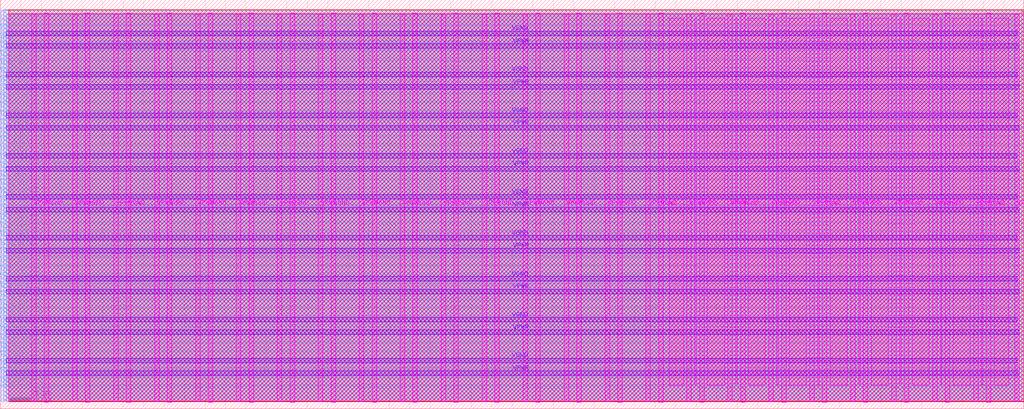
<source format=lef>
VERSION 5.7 ;
  NOWIREEXTENSIONATPIN ON ;
  DIVIDERCHAR "/" ;
  BUSBITCHARS "[]" ;
MACRO heichips25_pudding
  CLASS BLOCK ;
  FOREIGN heichips25_pudding ;
  ORIGIN 0.000 0.000 ;
  SIZE 500.000 BY 200.000 ;
  PIN VGND
    DIRECTION INOUT ;
    USE GROUND ;
    PORT
      LAYER TopMetal1 ;
        RECT 21.580 3.150 23.780 193.410 ;
    END
    PORT
      LAYER TopMetal1 ;
        RECT 41.580 3.150 43.780 193.410 ;
    END
    PORT
      LAYER TopMetal1 ;
        RECT 61.580 3.150 63.780 193.410 ;
    END
    PORT
      LAYER TopMetal1 ;
        RECT 81.580 3.150 83.780 193.410 ;
    END
    PORT
      LAYER TopMetal1 ;
        RECT 101.580 3.150 103.780 193.410 ;
    END
    PORT
      LAYER TopMetal1 ;
        RECT 121.580 3.150 123.780 193.410 ;
    END
    PORT
      LAYER TopMetal1 ;
        RECT 141.580 3.150 143.780 193.410 ;
    END
    PORT
      LAYER TopMetal1 ;
        RECT 161.580 3.150 163.780 193.410 ;
    END
    PORT
      LAYER TopMetal1 ;
        RECT 181.580 3.150 183.780 193.410 ;
    END
    PORT
      LAYER TopMetal1 ;
        RECT 201.580 3.150 203.780 193.410 ;
    END
    PORT
      LAYER TopMetal1 ;
        RECT 221.580 3.150 223.780 193.410 ;
    END
    PORT
      LAYER TopMetal1 ;
        RECT 241.580 3.150 243.780 193.410 ;
    END
    PORT
      LAYER TopMetal1 ;
        RECT 261.580 3.150 263.780 193.410 ;
    END
    PORT
      LAYER TopMetal1 ;
        RECT 281.580 3.150 283.780 193.410 ;
    END
    PORT
      LAYER TopMetal1 ;
        RECT 301.580 3.150 303.780 193.410 ;
    END
    PORT
      LAYER TopMetal1 ;
        RECT 321.580 3.150 323.780 193.410 ;
    END
    PORT
      LAYER TopMetal1 ;
        RECT 341.580 3.150 343.780 193.410 ;
    END
    PORT
      LAYER TopMetal1 ;
        RECT 361.580 3.150 363.780 193.410 ;
    END
    PORT
      LAYER TopMetal1 ;
        RECT 381.580 3.150 383.780 193.410 ;
    END
    PORT
      LAYER TopMetal1 ;
        RECT 401.580 3.150 403.780 193.410 ;
    END
    PORT
      LAYER TopMetal1 ;
        RECT 421.580 3.150 423.780 193.410 ;
    END
    PORT
      LAYER TopMetal1 ;
        RECT 441.580 3.150 443.780 193.410 ;
    END
    PORT
      LAYER TopMetal1 ;
        RECT 461.580 3.150 463.780 193.410 ;
    END
    PORT
      LAYER TopMetal1 ;
        RECT 481.580 3.150 483.780 193.410 ;
    END
    PORT
      LAYER TopMetal2 ;
        RECT 2.880 22.480 496.800 24.680 ;
    END
    PORT
      LAYER TopMetal2 ;
        RECT 2.880 42.480 496.800 44.680 ;
    END
    PORT
      LAYER TopMetal2 ;
        RECT 2.880 62.480 496.800 64.680 ;
    END
    PORT
      LAYER TopMetal2 ;
        RECT 2.880 82.480 496.800 84.680 ;
    END
    PORT
      LAYER TopMetal2 ;
        RECT 2.880 102.480 496.800 104.680 ;
    END
    PORT
      LAYER TopMetal2 ;
        RECT 2.880 122.480 496.800 124.680 ;
    END
    PORT
      LAYER TopMetal2 ;
        RECT 2.880 142.480 496.800 144.680 ;
    END
    PORT
      LAYER TopMetal2 ;
        RECT 2.880 162.480 496.800 164.680 ;
    END
    PORT
      LAYER TopMetal2 ;
        RECT 2.880 182.480 496.800 184.680 ;
    END
  END VGND
  PIN VPWR
    DIRECTION INOUT ;
    USE POWER ;
    PORT
      LAYER TopMetal1 ;
        RECT 15.380 3.560 17.580 193.000 ;
    END
    PORT
      LAYER TopMetal1 ;
        RECT 35.380 3.560 37.580 193.000 ;
    END
    PORT
      LAYER TopMetal1 ;
        RECT 55.380 3.560 57.580 193.000 ;
    END
    PORT
      LAYER TopMetal1 ;
        RECT 75.380 3.560 77.580 193.000 ;
    END
    PORT
      LAYER TopMetal1 ;
        RECT 95.380 3.560 97.580 193.000 ;
    END
    PORT
      LAYER TopMetal1 ;
        RECT 115.380 3.560 117.580 193.000 ;
    END
    PORT
      LAYER TopMetal1 ;
        RECT 135.380 3.560 137.580 193.000 ;
    END
    PORT
      LAYER TopMetal1 ;
        RECT 155.380 3.560 157.580 193.000 ;
    END
    PORT
      LAYER TopMetal1 ;
        RECT 175.380 3.560 177.580 193.000 ;
    END
    PORT
      LAYER TopMetal1 ;
        RECT 195.380 3.560 197.580 193.000 ;
    END
    PORT
      LAYER TopMetal1 ;
        RECT 215.380 3.560 217.580 193.000 ;
    END
    PORT
      LAYER TopMetal1 ;
        RECT 235.380 3.560 237.580 193.000 ;
    END
    PORT
      LAYER TopMetal1 ;
        RECT 255.380 3.560 257.580 193.000 ;
    END
    PORT
      LAYER TopMetal1 ;
        RECT 275.380 3.560 277.580 193.000 ;
    END
    PORT
      LAYER TopMetal1 ;
        RECT 295.380 3.560 297.580 193.000 ;
    END
    PORT
      LAYER TopMetal1 ;
        RECT 315.380 3.560 317.580 193.000 ;
    END
    PORT
      LAYER TopMetal1 ;
        RECT 335.380 3.560 337.580 193.000 ;
    END
    PORT
      LAYER TopMetal1 ;
        RECT 355.380 3.560 357.580 193.000 ;
    END
    PORT
      LAYER TopMetal1 ;
        RECT 375.380 3.560 377.580 193.000 ;
    END
    PORT
      LAYER TopMetal1 ;
        RECT 395.380 3.560 397.580 193.000 ;
    END
    PORT
      LAYER TopMetal1 ;
        RECT 415.380 3.560 417.580 193.000 ;
    END
    PORT
      LAYER TopMetal1 ;
        RECT 435.380 3.560 437.580 193.000 ;
    END
    PORT
      LAYER TopMetal1 ;
        RECT 455.380 3.560 457.580 193.000 ;
    END
    PORT
      LAYER TopMetal1 ;
        RECT 475.380 3.560 477.580 193.000 ;
    END
    PORT
      LAYER TopMetal1 ;
        RECT 495.380 3.560 497.580 193.000 ;
    END
    PORT
      LAYER TopMetal2 ;
        RECT 2.880 16.280 497.580 18.480 ;
    END
    PORT
      LAYER TopMetal2 ;
        RECT 2.880 36.280 497.580 38.480 ;
    END
    PORT
      LAYER TopMetal2 ;
        RECT 2.880 56.280 497.580 58.480 ;
    END
    PORT
      LAYER TopMetal2 ;
        RECT 2.880 76.280 497.580 78.480 ;
    END
    PORT
      LAYER TopMetal2 ;
        RECT 2.880 96.280 497.580 98.480 ;
    END
    PORT
      LAYER TopMetal2 ;
        RECT 2.880 116.280 497.580 118.480 ;
    END
    PORT
      LAYER TopMetal2 ;
        RECT 2.880 136.280 497.580 138.480 ;
    END
    PORT
      LAYER TopMetal2 ;
        RECT 2.880 156.280 497.580 158.480 ;
    END
    PORT
      LAYER TopMetal2 ;
        RECT 2.880 176.280 497.580 178.480 ;
    END
  END VPWR
  PIN clk
    DIRECTION INPUT ;
    USE SIGNAL ;
    ANTENNAGATEAREA 1.450800 ;
    PORT
      LAYER Metal3 ;
        RECT 0.000 183.340 0.400 183.740 ;
    END
  END clk
  PIN ena
    DIRECTION INPUT ;
    USE SIGNAL ;
    PORT
      LAYER Metal3 ;
        RECT 0.000 179.140 0.400 179.540 ;
    END
  END ena
  PIN rst_n
    DIRECTION INPUT ;
    USE SIGNAL ;
    ANTENNAGATEAREA 0.180700 ;
    PORT
      LAYER Metal3 ;
        RECT 0.000 187.540 0.400 187.940 ;
    END
  END rst_n
  PIN ui_in[0]
    DIRECTION INPUT ;
    USE SIGNAL ;
    ANTENNAGATEAREA 0.180700 ;
    PORT
      LAYER Metal3 ;
        RECT 0.000 111.940 0.400 112.340 ;
    END
  END ui_in[0]
  PIN ui_in[1]
    DIRECTION INPUT ;
    USE SIGNAL ;
    ANTENNAGATEAREA 0.180700 ;
    PORT
      LAYER Metal3 ;
        RECT 0.000 116.140 0.400 116.540 ;
    END
  END ui_in[1]
  PIN ui_in[2]
    DIRECTION INPUT ;
    USE SIGNAL ;
    ANTENNAGATEAREA 0.180700 ;
    PORT
      LAYER Metal3 ;
        RECT 0.000 120.340 0.400 120.740 ;
    END
  END ui_in[2]
  PIN ui_in[3]
    DIRECTION INPUT ;
    USE SIGNAL ;
    ANTENNAGATEAREA 0.180700 ;
    PORT
      LAYER Metal3 ;
        RECT 0.000 124.540 0.400 124.940 ;
    END
  END ui_in[3]
  PIN ui_in[4]
    DIRECTION INPUT ;
    USE SIGNAL ;
    ANTENNAGATEAREA 0.180700 ;
    PORT
      LAYER Metal3 ;
        RECT 0.000 128.740 0.400 129.140 ;
    END
  END ui_in[4]
  PIN ui_in[5]
    DIRECTION INPUT ;
    USE SIGNAL ;
    ANTENNAGATEAREA 0.180700 ;
    PORT
      LAYER Metal3 ;
        RECT 0.000 132.940 0.400 133.340 ;
    END
  END ui_in[5]
  PIN ui_in[6]
    DIRECTION INPUT ;
    USE SIGNAL ;
    PORT
      LAYER Metal3 ;
        RECT 0.000 137.140 0.400 137.540 ;
    END
  END ui_in[6]
  PIN ui_in[7]
    DIRECTION INPUT ;
    USE SIGNAL ;
    PORT
      LAYER Metal3 ;
        RECT 0.000 141.340 0.400 141.740 ;
    END
  END ui_in[7]
  PIN uio_in[0]
    DIRECTION INPUT ;
    USE SIGNAL ;
    PORT
      LAYER Metal3 ;
        RECT 0.000 145.540 0.400 145.940 ;
    END
  END uio_in[0]
  PIN uio_in[1]
    DIRECTION INPUT ;
    USE SIGNAL ;
    PORT
      LAYER Metal3 ;
        RECT 0.000 149.740 0.400 150.140 ;
    END
  END uio_in[1]
  PIN uio_in[2]
    DIRECTION INPUT ;
    USE SIGNAL ;
    PORT
      LAYER Metal3 ;
        RECT 0.000 153.940 0.400 154.340 ;
    END
  END uio_in[2]
  PIN uio_in[3]
    DIRECTION INPUT ;
    USE SIGNAL ;
    PORT
      LAYER Metal3 ;
        RECT 0.000 158.140 0.400 158.540 ;
    END
  END uio_in[3]
  PIN uio_in[4]
    DIRECTION INPUT ;
    USE SIGNAL ;
    PORT
      LAYER Metal3 ;
        RECT 0.000 162.340 0.400 162.740 ;
    END
  END uio_in[4]
  PIN uio_in[5]
    DIRECTION INPUT ;
    USE SIGNAL ;
    PORT
      LAYER Metal3 ;
        RECT 0.000 166.540 0.400 166.940 ;
    END
  END uio_in[5]
  PIN uio_in[6]
    DIRECTION INPUT ;
    USE SIGNAL ;
    PORT
      LAYER Metal3 ;
        RECT 0.000 170.740 0.400 171.140 ;
    END
  END uio_in[6]
  PIN uio_in[7]
    DIRECTION INPUT ;
    USE SIGNAL ;
    PORT
      LAYER Metal3 ;
        RECT 0.000 174.940 0.400 175.340 ;
    END
  END uio_in[7]
  PIN uio_oe[0]
    DIRECTION OUTPUT ;
    USE SIGNAL ;
    ANTENNADIFFAREA 0.392700 ;
    PORT
      LAYER Metal3 ;
        RECT 0.000 78.340 0.400 78.740 ;
    END
  END uio_oe[0]
  PIN uio_oe[1]
    DIRECTION OUTPUT ;
    USE SIGNAL ;
    ANTENNADIFFAREA 0.392700 ;
    PORT
      LAYER Metal3 ;
        RECT 0.000 82.540 0.400 82.940 ;
    END
  END uio_oe[1]
  PIN uio_oe[2]
    DIRECTION OUTPUT ;
    USE SIGNAL ;
    ANTENNADIFFAREA 0.392700 ;
    PORT
      LAYER Metal3 ;
        RECT 0.000 86.740 0.400 87.140 ;
    END
  END uio_oe[2]
  PIN uio_oe[3]
    DIRECTION OUTPUT ;
    USE SIGNAL ;
    ANTENNADIFFAREA 0.392700 ;
    PORT
      LAYER Metal3 ;
        RECT 0.000 90.940 0.400 91.340 ;
    END
  END uio_oe[3]
  PIN uio_oe[4]
    DIRECTION OUTPUT ;
    USE SIGNAL ;
    ANTENNADIFFAREA 0.392700 ;
    PORT
      LAYER Metal3 ;
        RECT 0.000 95.140 0.400 95.540 ;
    END
  END uio_oe[4]
  PIN uio_oe[5]
    DIRECTION OUTPUT ;
    USE SIGNAL ;
    ANTENNADIFFAREA 0.392700 ;
    PORT
      LAYER Metal3 ;
        RECT 0.000 99.340 0.400 99.740 ;
    END
  END uio_oe[5]
  PIN uio_oe[6]
    DIRECTION OUTPUT ;
    USE SIGNAL ;
    ANTENNADIFFAREA 0.392700 ;
    PORT
      LAYER Metal3 ;
        RECT 0.000 103.540 0.400 103.940 ;
    END
  END uio_oe[6]
  PIN uio_oe[7]
    DIRECTION OUTPUT ;
    USE SIGNAL ;
    ANTENNADIFFAREA 0.392700 ;
    PORT
      LAYER Metal3 ;
        RECT 0.000 107.740 0.400 108.140 ;
    END
  END uio_oe[7]
  PIN uio_out[0]
    DIRECTION OUTPUT ;
    USE SIGNAL ;
    ANTENNADIFFAREA 0.708600 ;
    PORT
      LAYER Metal3 ;
        RECT 0.000 44.740 0.400 45.140 ;
    END
  END uio_out[0]
  PIN uio_out[1]
    DIRECTION OUTPUT ;
    USE SIGNAL ;
    ANTENNADIFFAREA 0.708600 ;
    PORT
      LAYER Metal3 ;
        RECT 0.000 48.940 0.400 49.340 ;
    END
  END uio_out[1]
  PIN uio_out[2]
    DIRECTION OUTPUT ;
    USE SIGNAL ;
    ANTENNADIFFAREA 0.708600 ;
    PORT
      LAYER Metal3 ;
        RECT 0.000 53.140 0.400 53.540 ;
    END
  END uio_out[2]
  PIN uio_out[3]
    DIRECTION OUTPUT ;
    USE SIGNAL ;
    ANTENNADIFFAREA 0.708600 ;
    PORT
      LAYER Metal3 ;
        RECT 0.000 57.340 0.400 57.740 ;
    END
  END uio_out[3]
  PIN uio_out[4]
    DIRECTION OUTPUT ;
    USE SIGNAL ;
    ANTENNADIFFAREA 0.708600 ;
    PORT
      LAYER Metal3 ;
        RECT 0.000 61.540 0.400 61.940 ;
    END
  END uio_out[4]
  PIN uio_out[5]
    DIRECTION OUTPUT ;
    USE SIGNAL ;
    ANTENNADIFFAREA 0.708600 ;
    PORT
      LAYER Metal3 ;
        RECT 0.000 65.740 0.400 66.140 ;
    END
  END uio_out[5]
  PIN uio_out[6]
    DIRECTION OUTPUT ;
    USE SIGNAL ;
    ANTENNADIFFAREA 0.708600 ;
    PORT
      LAYER Metal3 ;
        RECT 0.000 69.940 0.400 70.340 ;
    END
  END uio_out[6]
  PIN uio_out[7]
    DIRECTION OUTPUT ;
    USE SIGNAL ;
    ANTENNADIFFAREA 0.708600 ;
    PORT
      LAYER Metal3 ;
        RECT 0.000 74.140 0.400 74.540 ;
    END
  END uio_out[7]
  PIN uo_out[0]
    DIRECTION OUTPUT ;
    USE SIGNAL ;
    ANTENNADIFFAREA 0.708600 ;
    PORT
      LAYER Metal3 ;
        RECT 0.000 11.140 0.400 11.540 ;
    END
  END uo_out[0]
  PIN uo_out[1]
    DIRECTION OUTPUT ;
    USE SIGNAL ;
    ANTENNADIFFAREA 0.708600 ;
    PORT
      LAYER Metal3 ;
        RECT 0.000 15.340 0.400 15.740 ;
    END
  END uo_out[1]
  PIN uo_out[2]
    DIRECTION OUTPUT ;
    USE SIGNAL ;
    ANTENNADIFFAREA 0.708600 ;
    PORT
      LAYER Metal3 ;
        RECT 0.000 19.540 0.400 19.940 ;
    END
  END uo_out[2]
  PIN uo_out[3]
    DIRECTION OUTPUT ;
    USE SIGNAL ;
    ANTENNADIFFAREA 0.708600 ;
    PORT
      LAYER Metal3 ;
        RECT 0.000 23.740 0.400 24.140 ;
    END
  END uo_out[3]
  PIN uo_out[4]
    DIRECTION OUTPUT ;
    USE SIGNAL ;
    ANTENNADIFFAREA 0.708600 ;
    PORT
      LAYER Metal3 ;
        RECT 0.000 27.940 0.400 28.340 ;
    END
  END uo_out[4]
  PIN uo_out[5]
    DIRECTION OUTPUT ;
    USE SIGNAL ;
    ANTENNADIFFAREA 0.708600 ;
    PORT
      LAYER Metal3 ;
        RECT 0.000 32.140 0.400 32.540 ;
    END
  END uo_out[5]
  PIN uo_out[6]
    DIRECTION OUTPUT ;
    USE SIGNAL ;
    ANTENNADIFFAREA 0.708600 ;
    PORT
      LAYER Metal3 ;
        RECT 0.000 36.340 0.400 36.740 ;
    END
  END uo_out[6]
  PIN uo_out[7]
    DIRECTION OUTPUT ;
    USE SIGNAL ;
    ANTENNADIFFAREA 0.708600 ;
    PORT
      LAYER Metal3 ;
        RECT 0.000 40.540 0.400 40.940 ;
    END
  END uo_out[7]
  OBS
      LAYER GatPoly ;
        RECT 2.880 3.630 496.800 192.930 ;
      LAYER Metal1 ;
        RECT 2.880 3.560 497.580 193.000 ;
      LAYER Metal2 ;
        RECT 1.815 3.635 498.825 195.025 ;
      LAYER Metal3 ;
        RECT 0.400 188.150 499.345 194.985 ;
        RECT 0.610 187.330 499.345 188.150 ;
        RECT 0.400 183.950 499.345 187.330 ;
        RECT 0.610 183.130 499.345 183.950 ;
        RECT 0.400 179.750 499.345 183.130 ;
        RECT 0.610 178.930 499.345 179.750 ;
        RECT 0.400 175.550 499.345 178.930 ;
        RECT 0.610 174.730 499.345 175.550 ;
        RECT 0.400 171.350 499.345 174.730 ;
        RECT 0.610 170.530 499.345 171.350 ;
        RECT 0.400 167.150 499.345 170.530 ;
        RECT 0.610 166.330 499.345 167.150 ;
        RECT 0.400 162.950 499.345 166.330 ;
        RECT 0.610 162.130 499.345 162.950 ;
        RECT 0.400 158.750 499.345 162.130 ;
        RECT 0.610 157.930 499.345 158.750 ;
        RECT 0.400 154.550 499.345 157.930 ;
        RECT 0.610 153.730 499.345 154.550 ;
        RECT 0.400 150.350 499.345 153.730 ;
        RECT 0.610 149.530 499.345 150.350 ;
        RECT 0.400 146.150 499.345 149.530 ;
        RECT 0.610 145.330 499.345 146.150 ;
        RECT 0.400 141.950 499.345 145.330 ;
        RECT 0.610 141.130 499.345 141.950 ;
        RECT 0.400 137.750 499.345 141.130 ;
        RECT 0.610 136.930 499.345 137.750 ;
        RECT 0.400 133.550 499.345 136.930 ;
        RECT 0.610 132.730 499.345 133.550 ;
        RECT 0.400 129.350 499.345 132.730 ;
        RECT 0.610 128.530 499.345 129.350 ;
        RECT 0.400 125.150 499.345 128.530 ;
        RECT 0.610 124.330 499.345 125.150 ;
        RECT 0.400 120.950 499.345 124.330 ;
        RECT 0.610 120.130 499.345 120.950 ;
        RECT 0.400 116.750 499.345 120.130 ;
        RECT 0.610 115.930 499.345 116.750 ;
        RECT 0.400 112.550 499.345 115.930 ;
        RECT 0.610 111.730 499.345 112.550 ;
        RECT 0.400 108.350 499.345 111.730 ;
        RECT 0.610 107.530 499.345 108.350 ;
        RECT 0.400 104.150 499.345 107.530 ;
        RECT 0.610 103.330 499.345 104.150 ;
        RECT 0.400 99.950 499.345 103.330 ;
        RECT 0.610 99.130 499.345 99.950 ;
        RECT 0.400 95.750 499.345 99.130 ;
        RECT 0.610 94.930 499.345 95.750 ;
        RECT 0.400 91.550 499.345 94.930 ;
        RECT 0.610 90.730 499.345 91.550 ;
        RECT 0.400 87.350 499.345 90.730 ;
        RECT 0.610 86.530 499.345 87.350 ;
        RECT 0.400 83.150 499.345 86.530 ;
        RECT 0.610 82.330 499.345 83.150 ;
        RECT 0.400 78.950 499.345 82.330 ;
        RECT 0.610 78.130 499.345 78.950 ;
        RECT 0.400 74.750 499.345 78.130 ;
        RECT 0.610 73.930 499.345 74.750 ;
        RECT 0.400 70.550 499.345 73.930 ;
        RECT 0.610 69.730 499.345 70.550 ;
        RECT 0.400 66.350 499.345 69.730 ;
        RECT 0.610 65.530 499.345 66.350 ;
        RECT 0.400 62.150 499.345 65.530 ;
        RECT 0.610 61.330 499.345 62.150 ;
        RECT 0.400 57.950 499.345 61.330 ;
        RECT 0.610 57.130 499.345 57.950 ;
        RECT 0.400 53.750 499.345 57.130 ;
        RECT 0.610 52.930 499.345 53.750 ;
        RECT 0.400 49.550 499.345 52.930 ;
        RECT 0.610 48.730 499.345 49.550 ;
        RECT 0.400 45.350 499.345 48.730 ;
        RECT 0.610 44.530 499.345 45.350 ;
        RECT 0.400 41.150 499.345 44.530 ;
        RECT 0.610 40.330 499.345 41.150 ;
        RECT 0.400 36.950 499.345 40.330 ;
        RECT 0.610 36.130 499.345 36.950 ;
        RECT 0.400 32.750 499.345 36.130 ;
        RECT 0.610 31.930 499.345 32.750 ;
        RECT 0.400 28.550 499.345 31.930 ;
        RECT 0.610 27.730 499.345 28.550 ;
        RECT 0.400 24.350 499.345 27.730 ;
        RECT 0.610 23.530 499.345 24.350 ;
        RECT 0.400 20.150 499.345 23.530 ;
        RECT 0.610 19.330 499.345 20.150 ;
        RECT 0.400 15.950 499.345 19.330 ;
        RECT 0.610 15.130 499.345 15.950 ;
        RECT 0.400 11.750 499.345 15.130 ;
        RECT 0.610 10.930 499.345 11.750 ;
        RECT 0.400 3.680 499.345 10.930 ;
      LAYER Metal4 ;
        RECT 4.215 3.635 499.785 195.025 ;
      LAYER Metal5 ;
        RECT 4.175 3.470 499.825 193.090 ;
      LAYER TopMetal1 ;
        RECT 326.860 11.360 333.740 191.080 ;
        RECT 339.220 11.360 339.940 191.080 ;
        RECT 345.420 11.360 353.740 191.080 ;
        RECT 359.220 11.360 359.940 191.080 ;
        RECT 365.420 11.360 373.740 191.080 ;
        RECT 379.220 11.360 379.940 191.080 ;
        RECT 385.420 11.360 393.740 191.080 ;
        RECT 399.220 11.360 399.940 191.080 ;
        RECT 405.420 11.360 413.740 191.080 ;
        RECT 419.220 11.360 419.940 191.080 ;
        RECT 425.420 11.360 433.740 191.080 ;
        RECT 439.220 11.360 439.940 191.080 ;
        RECT 445.420 11.360 453.740 191.080 ;
        RECT 459.220 11.360 459.940 191.080 ;
        RECT 465.420 11.360 473.740 191.080 ;
        RECT 479.220 11.360 479.940 191.080 ;
        RECT 485.420 11.360 492.660 191.080 ;
  END
END heichips25_pudding
END LIBRARY


</source>
